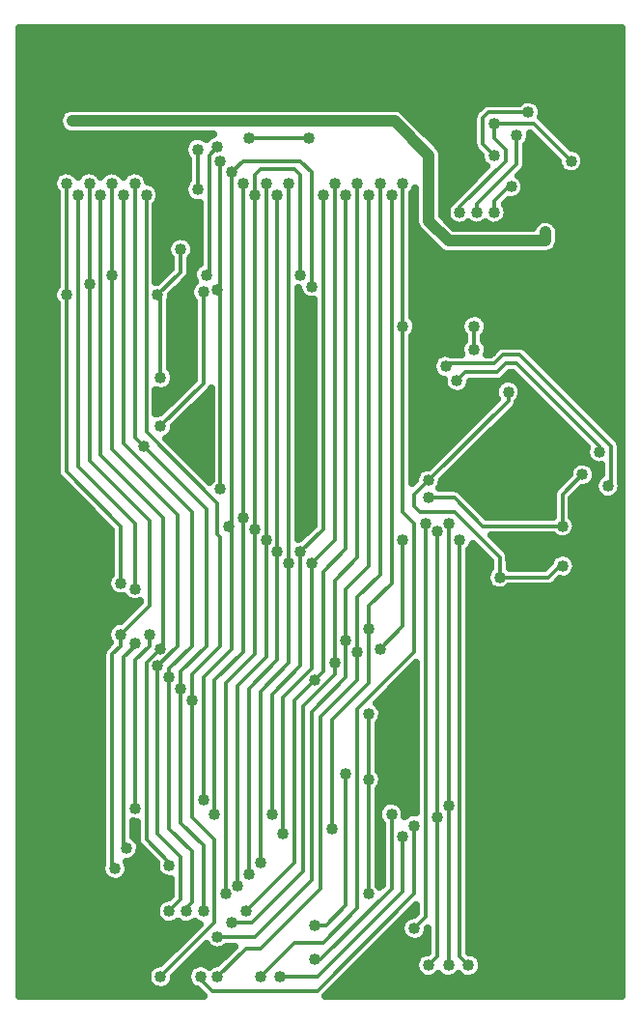
<source format=gbr>
G04 DipTrace 4.3.0.5*
G04 2 - Bottom.gbr*
%MOIN*%
G04 #@! TF.FileFunction,Copper,L2,Bot*
G04 #@! TF.Part,Single*
G04 #@! TA.AperFunction,Conductor*
%ADD14C,0.012992*%
%ADD15C,0.03937*%
G04 #@! TA.AperFunction,CopperBalancing*
%ADD17C,0.025*%
G04 #@! TA.AperFunction,ViaPad*
%ADD26C,0.04*%
%FSLAX26Y26*%
G04*
G70*
G90*
G75*
G01*
G04 Bottom*
%LPD*%
X1151575Y3612205D2*
D14*
Y2391732D1*
X1141732D1*
X1151575D2*
Y1968504D1*
X1053150Y1870079D1*
Y1446850D1*
X1151575Y3612205D2*
X1190945Y3651575D1*
X1387795D1*
X1427165Y3612205D1*
Y3218504D1*
X1624016Y3533465D2*
Y2253937D1*
X1545276Y2175197D1*
Y1998031D1*
Y1870079D1*
X1427165Y1751969D1*
Y1171260D1*
X1230315Y974409D1*
X1102362D1*
X1545276Y1998031D2*
D3*
X1663386Y3572835D2*
Y2224409D1*
X1584646Y2145669D1*
Y1958661D1*
Y1860236D1*
X1456693Y1732283D1*
Y1141732D1*
X1250000Y935039D1*
X1200787D1*
X1102362Y836614D1*
X1584646Y1958661D2*
D3*
X1702756Y3533465D2*
Y2194882D1*
X1624016Y2116142D1*
Y2037402D1*
Y1850394D1*
X1496063Y1722441D1*
Y1348425D1*
X1624016Y2037402D2*
D3*
X1742126Y3080709D2*
Y3572835D1*
X1250000Y836614D2*
X1368110Y954724D1*
X1466535D1*
X1584646Y1072835D1*
Y1761811D1*
X1781496Y1958661D1*
Y2401575D1*
X1742126Y2440945D1*
Y3080709D1*
X1190945Y2421260D2*
Y3572835D1*
Y2421260D2*
Y1958661D1*
X1092520Y1860236D1*
Y1397638D1*
X1210630Y3730315D2*
X1417323D1*
X1230315Y2381890D2*
Y3533465D1*
Y2381890D2*
Y1948819D1*
X1131890Y1850394D1*
Y1122047D1*
X1230315Y3533465D2*
Y3602362D1*
X1250000Y3622047D1*
X1368110D1*
X1387795Y3602362D1*
Y3257874D1*
X1269685Y3572835D2*
Y2342520D1*
Y1938976D1*
X1171260Y1840551D1*
Y1151575D1*
X1309055Y2303150D2*
Y3533465D1*
Y2303150D2*
Y1929134D1*
X1210630Y1830709D1*
Y1190945D1*
X1348425Y3572835D2*
Y2263780D1*
Y1919291D1*
X1250000Y1820866D1*
Y1230315D1*
X1387795Y2303150D2*
X1466535Y2381890D1*
Y3533465D1*
X1387795Y2303150D2*
Y1909449D1*
X1289370Y1811024D1*
Y1397638D1*
X1505906Y3572835D2*
Y2342520D1*
X1427165Y2263780D1*
Y1899606D1*
X1328740Y1801181D1*
Y1328740D1*
X1545276Y3533465D2*
Y2312992D1*
X1466535Y2234252D1*
Y1889764D1*
X1437008Y1860236D1*
X1368110Y1791339D1*
Y1230315D1*
X1200787Y1062992D1*
X1437008Y1860236D2*
D3*
X1584646Y3572835D2*
Y2283465D1*
X1505906Y2204724D1*
Y1919291D1*
Y1879921D1*
X1397638Y1771654D1*
Y1200787D1*
X1220472Y1023622D1*
X1151575D1*
X1505906Y1919291D2*
D3*
X2175197Y3818898D2*
X2037402D1*
X2017717Y3799213D1*
Y3710630D1*
X2057087Y3671260D1*
X2116142Y3562992D2*
X2106299D1*
X2057087Y3513780D1*
Y3474409D1*
X2135827Y3740157D2*
Y3641732D1*
X1998031Y3503937D1*
Y3474409D1*
X2057087Y3779528D2*
X2194882D1*
X2322835Y3651575D1*
X2057087Y3779528D2*
Y3730315D1*
X2096457Y3690945D1*
Y3651575D1*
X1938976Y3494094D1*
Y3474409D1*
X1899606Y2401575D2*
Y1427165D1*
Y875984D1*
Y1427165D2*
D3*
X1860236Y2372047D2*
Y1387795D1*
Y905512D1*
X1830709Y875984D1*
X1860236Y1387795D2*
D3*
X1820866Y2401575D2*
Y1043307D1*
X1781496Y1003937D1*
X866142Y2017717D2*
Y1978346D1*
X816929Y1929134D1*
Y1417323D1*
X580709Y3572835D2*
Y3188976D1*
Y2578740D1*
X767717Y2391732D1*
Y2194882D1*
X580709Y3188976D2*
D3*
X816929Y2175197D2*
Y2401575D1*
X620079Y2598425D1*
Y3533465D1*
X816929Y1988189D2*
Y1978346D1*
X777559Y1938976D1*
Y1279528D1*
X787402D1*
X767717Y2017717D2*
X866142Y2116142D1*
Y2411417D1*
X659449Y2618110D1*
Y3228346D1*
Y3572835D1*
X767717Y2017717D2*
Y1978346D1*
X738189Y1948819D1*
Y1210630D1*
X748031D1*
X659449Y3228346D2*
D3*
X905512Y1968504D2*
X915354Y1978346D1*
Y2421260D1*
X698819Y2637795D1*
Y3533465D1*
X905512Y1968504D2*
X856299Y1919291D1*
Y1309055D1*
X935039Y1230315D1*
Y1220472D1*
X895669Y1909449D2*
X964567Y1978346D1*
Y2431102D1*
X738189Y2657480D1*
Y3257874D1*
Y3572835D1*
X895669Y1909449D2*
Y1328740D1*
X974409Y1250000D1*
Y1102362D1*
X935039Y1062992D1*
X738189Y3257874D2*
D3*
X935039Y1870079D2*
Y1899606D1*
X1013780Y1978346D1*
Y2440945D1*
X777559Y2677165D1*
Y3533465D1*
X935039Y1870079D2*
Y1348425D1*
X1013780Y1269685D1*
Y1092520D1*
X994094Y1072835D1*
Y1062992D1*
X974409Y1830709D2*
Y1889764D1*
X1062992Y1978346D1*
Y2450787D1*
X846457Y2667323D1*
X816929Y2696850D1*
Y3572835D1*
X974409Y1830709D2*
Y1368110D1*
X1053150Y1289370D1*
Y1062992D1*
X846457Y2667323D2*
D3*
X1053150Y3198819D2*
Y2883858D1*
X905512Y2736220D1*
X1013780Y1791339D2*
Y1879921D1*
X1112205Y1978346D1*
Y2352362D1*
X1102362Y2362205D1*
Y2470472D1*
X856299Y2716535D1*
Y3533465D1*
X1013780Y1791339D2*
Y1387795D1*
X1092520Y1309055D1*
Y1023622D1*
X905512Y836614D1*
X1929134Y2893701D2*
X1958661Y2923228D1*
X2066929D1*
X2096457Y2952756D1*
X2135827D1*
X2421260Y2667323D1*
Y2647638D1*
X1889764Y2942913D2*
X1899606Y2952756D1*
X2057087D1*
X2086614Y2982283D1*
X2145669D1*
X2460630Y2667323D1*
Y2529528D1*
X2450787D1*
X1033465Y3690945D2*
Y3553150D1*
X1545276Y1535433D2*
Y1082677D1*
X1476378Y1013780D1*
X1437008D1*
X1968504Y875984D2*
X1938976Y905512D1*
Y2342520D1*
X1437008Y895669D2*
X1456693D1*
X1702756Y1141732D1*
Y1397638D1*
X1318898Y836614D2*
X1446850D1*
X1742126Y1131890D1*
Y1318898D1*
X1043307Y836614D2*
Y826772D1*
X1082677Y787402D1*
X1446850D1*
X1781496Y1122047D1*
Y1358268D1*
X2293307Y2391732D2*
Y2500000D1*
X2362205Y2568898D1*
X2293307Y2391732D2*
X2017717D1*
X1919291Y2490157D1*
X1830709D1*
X2076772Y2214567D2*
X2244094D1*
X2283465Y2253937D1*
X2293307D1*
X1830709Y2549213D2*
X2106299Y2824803D1*
Y2854331D1*
X2076772Y2214567D2*
Y2283465D1*
X1919291Y2440945D1*
X1801181D1*
X1781496Y2460630D1*
Y2500000D1*
X1830709Y2549213D1*
X974409Y3346457D2*
Y3267717D1*
X895669Y3188976D1*
X905512Y2903543D2*
Y3179134D1*
X895669Y3188976D1*
X1988189Y3080709D2*
Y3001969D1*
X2234252Y3405512D2*
D15*
Y3375984D1*
X1899606D1*
X1830709Y3444882D1*
Y3572835D1*
X600394Y3789370D2*
X1712598D1*
X1830709Y3671260D1*
Y3572835D1*
X2352362Y3809055D2*
D14*
X2391732D1*
X2312992D1*
X2027559Y2627953D2*
X2165354Y2490157D1*
Y2627953D2*
Y2490157D1*
X2027559D2*
X2165354D1*
X1102362Y3700787D2*
X1072835Y3671260D1*
Y3267717D1*
X1062992Y3257874D1*
X1112205Y2519685D2*
Y3228346D1*
Y3651575D1*
X1663386Y1968504D2*
X1742126Y2047244D1*
Y2342520D1*
X1102362Y3208661D2*
Y3218504D1*
X1112205Y3228346D1*
X1624016Y1742126D2*
Y1515748D1*
Y1122047D1*
D26*
X866142Y2017717D3*
X816929Y1417323D3*
X1742126Y3080709D3*
X816929Y2175197D3*
X787402Y1279528D3*
X580709Y3188976D3*
X767717Y2017717D3*
X816929Y1988189D3*
X748031Y1210630D3*
X1102362Y3700787D3*
X905512Y1968504D3*
X1151575Y3612205D3*
X895669Y1909449D3*
X935039Y1062992D3*
X1190945Y3572835D3*
X935039Y1870079D3*
X994094Y1062992D3*
X1230315Y3533465D3*
X974409Y1830709D3*
X1053150Y1062992D3*
X1269685Y3572835D3*
X1013780Y1791339D3*
X905512Y836614D3*
X580709Y3572835D3*
X659449D3*
X738189D3*
X816929D3*
X620079Y3533465D3*
X698819D3*
X777559D3*
X856299D3*
X767717Y2194882D3*
X1309055Y3533465D3*
X1348425Y3572835D3*
X1466535Y3533465D3*
X1505906Y3572835D3*
X1545276Y3533465D3*
X1584646Y3572835D3*
X1624016Y3533465D3*
X1663386Y3572835D3*
X1702756Y3533465D3*
X1742126Y3572835D3*
X1437008Y1860236D3*
X1141732Y2391732D3*
X1190945Y2421260D3*
X1230315Y2381890D3*
X1269685Y2342520D3*
X1309055Y2303150D3*
X1348425Y2263780D3*
X1387795Y2303150D3*
X1427165Y2263780D3*
X1053150Y1446850D3*
X1092520Y1397638D3*
X1131890Y1122047D3*
X1171260Y1151575D3*
X1210630Y1190945D3*
X1250000Y1230315D3*
X1289370Y1397638D3*
X1328740Y1328740D3*
X905512Y2736220D3*
X935039Y1220472D3*
X1584646Y1958661D3*
X1624016Y2037402D3*
X1496063Y1348425D3*
X1387795Y3257874D3*
X846457Y2667323D3*
X1200787Y1062992D3*
X1151575Y1023622D3*
X1545276Y1998031D3*
X1102362Y974409D3*
Y836614D3*
X1250000D3*
X659449Y3228346D3*
X738189Y3257874D3*
X974409Y3346457D3*
X895669Y3188976D3*
X1988189Y3001969D3*
X1112205Y2519685D3*
Y3651575D3*
X1053150Y3198819D3*
X1427165Y3218504D3*
X1033465Y3690945D3*
X2027559Y2627953D3*
X2165354D3*
Y2490157D3*
X2027559D3*
X1781496Y1003937D3*
X1899606Y875984D3*
X1830709D3*
X1968504D3*
X2106299Y2854331D3*
X1820866Y2401575D3*
X1860236Y2372047D3*
X1899606Y2401575D3*
X1938976Y2342520D3*
X2076772Y2214567D3*
X2293307Y2253937D3*
Y2391732D3*
X1830709Y2490157D3*
Y2549213D3*
X1663386Y1968504D3*
X905512Y2903543D3*
X1988189Y3080709D3*
X1742126Y2342520D3*
X1929134Y2893701D3*
X1889764Y2942913D3*
X1624016Y1122047D3*
Y1742126D3*
X2421260Y2647638D3*
X2362205Y2568898D3*
X2450787Y2529528D3*
X1102362Y3208661D3*
X1062992Y3257874D3*
X1033465Y3553150D3*
X1318898Y836614D3*
X1742126Y1318898D3*
X1043307Y836614D3*
X1781496Y1358268D3*
X1437008Y895669D3*
X1702756Y1397638D3*
X2175197Y3818898D3*
X2057087Y3779528D3*
X2322835Y3651575D3*
X2057087Y3671260D3*
X1830709Y3572835D3*
X2234252Y3405512D3*
X600394Y3789370D3*
X2352362Y3809055D3*
X2342520Y807087D3*
X2116142Y3562992D3*
X2047244Y2992126D3*
X2322835Y2303150D3*
Y2165354D3*
X2076772Y2096457D3*
X2027559Y1250000D3*
X2076772Y1003937D3*
X748031Y1141732D3*
X974409Y836614D3*
X708661Y2175197D3*
X541339Y3129921D3*
Y3415354D3*
X925197Y3513780D3*
X944882Y3415354D3*
X1210630Y3730315D3*
X1417323D3*
X974409Y3641732D3*
X1663386Y1250000D3*
Y1781496D3*
X915354Y2814961D3*
X994094Y2736220D3*
X2391732Y3809055D3*
X2312992D3*
X1072835Y2568898D3*
X1387795Y2381890D3*
X2352362Y1919291D3*
X1427165Y2559055D3*
X2135827Y3740157D3*
X1998031Y3474409D3*
X1899606Y1427165D3*
X1860236Y1387795D3*
X1624016Y1515748D3*
X1505906Y1919291D3*
X698819Y1505906D3*
X1938976Y3474409D3*
X2057087D3*
X2106299Y3503937D3*
X1437008Y1013780D3*
X1545276Y1535433D3*
X418552Y4086647D2*
D17*
X2494835D1*
X418552Y4061778D2*
X2494835D1*
X418552Y4036909D2*
X2494835D1*
X418552Y4012041D2*
X2494835D1*
X418552Y3987172D2*
X2494835D1*
X418552Y3962303D2*
X2494835D1*
X418552Y3937434D2*
X2494835D1*
X418552Y3912566D2*
X2494835D1*
X418552Y3887697D2*
X2494835D1*
X418552Y3862828D2*
X2159301D1*
X2191088D2*
X2494835D1*
X418552Y3837959D2*
X2008119D1*
X2219472D2*
X2494835D1*
X418552Y3813091D2*
X558560D1*
X1755885D2*
X1985908D1*
X2223257D2*
X2494835D1*
X418552Y3788222D2*
X551975D1*
X1780752D2*
X1982803D1*
X2234543D2*
X2494835D1*
X418552Y3763353D2*
X560050D1*
X1805619D2*
X1982803D1*
X2259411D2*
X2494835D1*
X418552Y3738484D2*
X1073623D1*
X1830487D2*
X1982803D1*
X2284278D2*
X2494835D1*
X418552Y3713615D2*
X991018D1*
X1855356D2*
X1982803D1*
X2175801D2*
X2212445D1*
X2309147D2*
X2494835D1*
X418552Y3688747D2*
X985097D1*
X1875343D2*
X1991290D1*
X2170741D2*
X2237312D1*
X2352298D2*
X2494835D1*
X418552Y3663878D2*
X993871D1*
X1878823D2*
X2009251D1*
X2170741D2*
X2262180D1*
X2369576D2*
X2494835D1*
X418552Y3639009D2*
X998537D1*
X1878823D2*
X2021899D1*
X2170634D2*
X2276157D1*
X2369504D2*
X2494835D1*
X418552Y3614140D2*
X558130D1*
X603283D2*
X636878D1*
X682014D2*
X715608D1*
X760762D2*
X794356D1*
X839509D2*
X998537D1*
X1878823D2*
X2010668D1*
X2156585D2*
X2293722D1*
X2351938D2*
X2494835D1*
X418552Y3589272D2*
X535325D1*
X862314D2*
X998537D1*
X1878823D2*
X1985801D1*
X2156298D2*
X2494835D1*
X418552Y3564403D2*
X533064D1*
X892744D2*
X986444D1*
X1878823D2*
X1960932D1*
X2164551D2*
X2494835D1*
X418552Y3539534D2*
X545786D1*
X904316D2*
X987108D1*
X1878823D2*
X1936064D1*
X2158127D2*
X2494835D1*
X418552Y3514665D2*
X545786D1*
X900692D2*
X1005911D1*
X1878823D2*
X1911412D1*
X2106329D2*
X2494835D1*
X418552Y3489797D2*
X545786D1*
X891219D2*
X1037919D1*
X1878823D2*
X1893201D1*
X2102866D2*
X2494835D1*
X418552Y3464928D2*
X545786D1*
X891219D2*
X1037919D1*
X1878823D2*
X1891533D1*
X2104517D2*
X2494835D1*
X418552Y3440059D2*
X545786D1*
X891219D2*
X1037919D1*
X2090073D2*
X2201500D1*
X2267018D2*
X2494835D1*
X418552Y3415190D2*
X545786D1*
X891219D2*
X1037919D1*
X1777056D2*
X1793587D1*
X2281642D2*
X2494835D1*
X418552Y3390322D2*
X545786D1*
X891219D2*
X958310D1*
X990510D2*
X1037919D1*
X1777056D2*
X1818274D1*
X2282360D2*
X2494835D1*
X418552Y3365453D2*
X545786D1*
X891219D2*
X930105D1*
X1018715D2*
X1037919D1*
X1777056D2*
X1843142D1*
X2281121D2*
X2494835D1*
X418552Y3340584D2*
X545786D1*
X891219D2*
X926356D1*
X1022465D2*
X1037919D1*
X1777056D2*
X1868350D1*
X2265512D2*
X2494835D1*
X418552Y3315715D2*
X545786D1*
X891219D2*
X937785D1*
X1011035D2*
X1037919D1*
X1777056D2*
X2494835D1*
X418552Y3290846D2*
X545786D1*
X891219D2*
X939490D1*
X1009332D2*
X1028517D1*
X1777056D2*
X2494835D1*
X418552Y3265978D2*
X545786D1*
X891219D2*
X924328D1*
X1777056D2*
X2494835D1*
X418552Y3241109D2*
X545786D1*
X996144D2*
X1017735D1*
X1777056D2*
X2494835D1*
X418552Y3216240D2*
X541247D1*
X971277D2*
X1008154D1*
X1777056D2*
X2494835D1*
X418552Y3191371D2*
X532346D1*
X946408D2*
X1005336D1*
X1777056D2*
X2494835D1*
X418552Y3166503D2*
X538160D1*
X940434D2*
X1018021D1*
X1383353D2*
X1431622D1*
X1777056D2*
X2494835D1*
X418552Y3141634D2*
X545786D1*
X940434D2*
X1018236D1*
X1383353D2*
X1431622D1*
X1777056D2*
X2494835D1*
X418552Y3116765D2*
X545786D1*
X940434D2*
X1018236D1*
X1383353D2*
X1431622D1*
X1777056D2*
X1957236D1*
X2019130D2*
X2494835D1*
X418552Y3091896D2*
X545786D1*
X940434D2*
X1018236D1*
X1383353D2*
X1431622D1*
X1789167D2*
X1941142D1*
X2035224D2*
X2494835D1*
X418552Y3067028D2*
X545786D1*
X940434D2*
X1018236D1*
X1383353D2*
X1431622D1*
X1788467D2*
X1941841D1*
X2034525D2*
X2494835D1*
X418552Y3042159D2*
X545786D1*
X940434D2*
X1018236D1*
X1383353D2*
X1431622D1*
X1777056D2*
X1953270D1*
X2023114D2*
X2494835D1*
X418552Y3017290D2*
X545786D1*
X940434D2*
X1018236D1*
X1383353D2*
X1431622D1*
X1777056D2*
X1942398D1*
X2033987D2*
X2494835D1*
X418552Y2992421D2*
X545786D1*
X940434D2*
X1018236D1*
X1383353D2*
X1431622D1*
X1777056D2*
X1940765D1*
X2035619D2*
X2048400D1*
X2183875D2*
X2494835D1*
X418552Y2967552D2*
X545786D1*
X940434D2*
X1018236D1*
X1383353D2*
X1431622D1*
X1777056D2*
X1848507D1*
X2208743D2*
X2494835D1*
X418552Y2942684D2*
X545786D1*
X940434D2*
X1018236D1*
X1383353D2*
X1431622D1*
X1777056D2*
X1841331D1*
X2233629D2*
X2494835D1*
X418552Y2917815D2*
X545786D1*
X951665D2*
X1018236D1*
X1383353D2*
X1431622D1*
X1777056D2*
X1848812D1*
X2109864D2*
X2122411D1*
X2258496D2*
X2494835D1*
X418552Y2892946D2*
X545786D1*
X952706D2*
X1013895D1*
X1383353D2*
X1431622D1*
X1777056D2*
X1880713D1*
X2133655D2*
X2147278D1*
X2283364D2*
X2494835D1*
X418552Y2868077D2*
X545786D1*
X937186D2*
X989028D1*
X1383353D2*
X1431622D1*
X1777056D2*
X1888518D1*
X1969753D2*
X2059972D1*
X2152619D2*
X2172147D1*
X2308231D2*
X2494835D1*
X418552Y2843209D2*
X545786D1*
X891219D2*
X964142D1*
X1060844D2*
X1077285D1*
X1383353D2*
X1431622D1*
X1777056D2*
X2059238D1*
X2153356D2*
X2197033D1*
X2333100D2*
X2494835D1*
X418552Y2818340D2*
X545786D1*
X891219D2*
X939273D1*
X1035975D2*
X1077285D1*
X1383353D2*
X1431622D1*
X1777056D2*
X2051486D1*
X2140563D2*
X2221900D1*
X2357967D2*
X2494835D1*
X418552Y2793471D2*
X545786D1*
X891219D2*
X914406D1*
X1011108D2*
X1077285D1*
X1383353D2*
X1431622D1*
X1777056D2*
X2026618D1*
X2123320D2*
X2246768D1*
X2382835D2*
X2494835D1*
X418552Y2768602D2*
X545786D1*
X986240D2*
X1077285D1*
X1383353D2*
X1431622D1*
X1777056D2*
X2001751D1*
X2098453D2*
X2271635D1*
X2407702D2*
X2494835D1*
X418552Y2743734D2*
X545786D1*
X961373D2*
X1077285D1*
X1383353D2*
X1431622D1*
X1777056D2*
X1976883D1*
X2073585D2*
X2296503D1*
X2432570D2*
X2494835D1*
X418552Y2718865D2*
X545786D1*
X950535D2*
X1077285D1*
X1383353D2*
X1431622D1*
X1777056D2*
X1952014D1*
X2048717D2*
X2321371D1*
X2457438D2*
X2494835D1*
X418552Y2693996D2*
X545786D1*
X927193D2*
X1077285D1*
X1383353D2*
X1431622D1*
X1777056D2*
X1927147D1*
X2023849D2*
X2346239D1*
X2482306D2*
X2494835D1*
X418552Y2669127D2*
X545786D1*
X952060D2*
X1077285D1*
X1383353D2*
X1431622D1*
X1777056D2*
X1902280D1*
X1998982D2*
X2371106D1*
X418552Y2644259D2*
X545786D1*
X976928D2*
X1077285D1*
X1383353D2*
X1431622D1*
X1777056D2*
X1877412D1*
X1974114D2*
X2372954D1*
X418552Y2619390D2*
X545786D1*
X1001795D2*
X1077285D1*
X1383353D2*
X1431622D1*
X1777056D2*
X1852526D1*
X1949228D2*
X2382554D1*
X418552Y2594521D2*
X545786D1*
X1026664D2*
X1077285D1*
X1383353D2*
X1431622D1*
X1777056D2*
X1820715D1*
X1924361D2*
X2321587D1*
X2402823D2*
X2425705D1*
X418552Y2569652D2*
X547096D1*
X1051531D2*
X1077285D1*
X1383353D2*
X1431622D1*
X1899492D2*
X2313781D1*
X2410627D2*
X2425705D1*
X418552Y2544783D2*
X566311D1*
X1383353D2*
X1431622D1*
X1878913D2*
X2289739D1*
X418552Y2519915D2*
X591178D1*
X1383353D2*
X1431622D1*
X1934659D2*
X2265230D1*
X2361573D2*
X2403385D1*
X418552Y2495046D2*
X616047D1*
X1383353D2*
X1431622D1*
X1962756D2*
X2258394D1*
X2336706D2*
X2417953D1*
X418552Y2470177D2*
X640915D1*
X1383353D2*
X1431622D1*
X1987625D2*
X2258394D1*
X2328238D2*
X2494835D1*
X418552Y2445308D2*
X665782D1*
X1383353D2*
X1431622D1*
X2012492D2*
X2258394D1*
X2328238D2*
X2494835D1*
X418552Y2420440D2*
X690650D1*
X1383353D2*
X1431622D1*
X2331646D2*
X2494835D1*
X418552Y2395571D2*
X715535D1*
X1383353D2*
X1431622D1*
X2341568D2*
X2494835D1*
X418552Y2370702D2*
X732797D1*
X1383353D2*
X1407007D1*
X2336634D2*
X2494835D1*
X418552Y2345833D2*
X732797D1*
X2062748D2*
X2289255D1*
X2297371D2*
X2494835D1*
X418552Y2320965D2*
X732797D1*
X2087615D2*
X2494835D1*
X418552Y2296096D2*
X732797D1*
X1973899D2*
X2015781D1*
X2109129D2*
X2272587D1*
X2314026D2*
X2494835D1*
X418552Y2271227D2*
X732797D1*
X1973899D2*
X2040667D1*
X2111694D2*
X2248257D1*
X2338356D2*
X2494835D1*
X418552Y2246358D2*
X732797D1*
X1973899D2*
X2041134D1*
X2341101D2*
X2494835D1*
X418552Y2221490D2*
X727790D1*
X1973899D2*
X2028879D1*
X2328308D2*
X2494835D1*
X418552Y2196621D2*
X719322D1*
X1973899D2*
X2032001D1*
X2274500D2*
X2494835D1*
X418552Y2171752D2*
X725547D1*
X1973899D2*
X2057657D1*
X2095887D2*
X2494835D1*
X418552Y2146883D2*
X778280D1*
X1973899D2*
X2494835D1*
X418552Y2122014D2*
X823673D1*
X1973899D2*
X2494835D1*
X418552Y2097146D2*
X798787D1*
X1973899D2*
X2494835D1*
X418552Y2072277D2*
X773919D1*
X1973899D2*
X2494835D1*
X418552Y2047408D2*
X730176D1*
X1973899D2*
X2494835D1*
X418552Y2022539D2*
X719537D1*
X1973899D2*
X2494835D1*
X418552Y1997671D2*
X723896D1*
X1973899D2*
X2494835D1*
X418552Y1972802D2*
X713814D1*
X1973899D2*
X2494835D1*
X418552Y1947933D2*
X703264D1*
X1973899D2*
X2494835D1*
X418552Y1923064D2*
X703264D1*
X1973899D2*
X2494835D1*
X418552Y1898196D2*
X703264D1*
X1769377D2*
X1785944D1*
X1973899D2*
X2494835D1*
X418552Y1873327D2*
X703264D1*
X1744509D2*
X1785944D1*
X1973899D2*
X2494835D1*
X418552Y1848458D2*
X703264D1*
X1719642D2*
X1785944D1*
X1973899D2*
X2494835D1*
X418552Y1823589D2*
X703264D1*
X1694773D2*
X1785944D1*
X1973899D2*
X2494835D1*
X418552Y1798720D2*
X703264D1*
X1669906D2*
X1785944D1*
X1973899D2*
X2494835D1*
X418552Y1773852D2*
X703264D1*
X1659714D2*
X1785944D1*
X1973899D2*
X2494835D1*
X418552Y1748983D2*
X703264D1*
X1671933D2*
X1785944D1*
X1973899D2*
X2494835D1*
X418552Y1724114D2*
X703264D1*
X1668757D2*
X1785944D1*
X1973899D2*
X2494835D1*
X418552Y1699245D2*
X703264D1*
X1658944D2*
X1785944D1*
X1973899D2*
X2494835D1*
X418552Y1674377D2*
X703264D1*
X1658944D2*
X1785944D1*
X1973899D2*
X2494835D1*
X418552Y1649508D2*
X703264D1*
X1658944D2*
X1785944D1*
X1973899D2*
X2494835D1*
X418552Y1624639D2*
X703264D1*
X1658944D2*
X1785944D1*
X1973899D2*
X2494835D1*
X418552Y1599770D2*
X703264D1*
X1658944D2*
X1785944D1*
X1973899D2*
X2494835D1*
X418552Y1574902D2*
X703264D1*
X1658944D2*
X1785944D1*
X1973899D2*
X2494835D1*
X418552Y1550033D2*
X703264D1*
X1658944D2*
X1785944D1*
X1973899D2*
X2494835D1*
X418552Y1525164D2*
X703264D1*
X1671467D2*
X1785944D1*
X1973899D2*
X2494835D1*
X418552Y1500295D2*
X703264D1*
X1669762D2*
X1785944D1*
X1973899D2*
X2494835D1*
X418552Y1475427D2*
X703264D1*
X1658944D2*
X1785944D1*
X1973899D2*
X2494835D1*
X418552Y1450558D2*
X703264D1*
X1658944D2*
X1785944D1*
X1973899D2*
X2494835D1*
X418552Y1425689D2*
X703264D1*
X1741621D2*
X1785944D1*
X1973899D2*
X2494835D1*
X418552Y1400820D2*
X703264D1*
X1973899D2*
X2494835D1*
X418552Y1375951D2*
X703264D1*
X1973899D2*
X2494835D1*
X418552Y1351083D2*
X703264D1*
X1973899D2*
X2494835D1*
X418552Y1326214D2*
X703264D1*
X1973899D2*
X2494835D1*
X418552Y1301345D2*
X703264D1*
X1973899D2*
X2494835D1*
X418552Y1276476D2*
X703264D1*
X1973899D2*
X2494835D1*
X418552Y1251608D2*
X703264D1*
X826358D2*
X865388D1*
X1973899D2*
X2494835D1*
X418552Y1226739D2*
X702528D1*
X793542D2*
X887045D1*
X1973899D2*
X2494835D1*
X418552Y1201870D2*
X700446D1*
X795605D2*
X890543D1*
X1973899D2*
X2494835D1*
X418552Y1177001D2*
X714261D1*
X781808D2*
X917726D1*
X1973899D2*
X2494835D1*
X418552Y1152133D2*
X939490D1*
X1973899D2*
X2494835D1*
X418552Y1127264D2*
X939490D1*
X1973899D2*
X2494835D1*
X418552Y1102395D2*
X908951D1*
X1973899D2*
X2494835D1*
X418552Y1077526D2*
X888982D1*
X1973899D2*
X2494835D1*
X418552Y1052657D2*
X887798D1*
X1760459D2*
X1781870D1*
X1973899D2*
X2494835D1*
X418552Y1027789D2*
X903049D1*
X1973899D2*
X2494835D1*
X418552Y1002920D2*
X1023476D1*
X1710724D2*
X1733085D1*
X1973899D2*
X2494835D1*
X418552Y978051D2*
X998591D1*
X1685856D2*
X1741070D1*
X1973899D2*
X2494835D1*
X418552Y953182D2*
X973722D1*
X1660988D2*
X1825308D1*
X1973899D2*
X2494835D1*
X418552Y928314D2*
X948854D1*
X1045556D2*
X1145715D1*
X1636121D2*
X1825308D1*
X1973899D2*
X2494835D1*
X418552Y903445D2*
X923987D1*
X1020689D2*
X1120848D1*
X1611253D2*
X1791398D1*
X2007810D2*
X2494835D1*
X418552Y878576D2*
X884353D1*
X995822D2*
X1022148D1*
X1064467D2*
X1081196D1*
X1586367D2*
X1782354D1*
X2016852D2*
X2494835D1*
X418552Y853707D2*
X860382D1*
X970954D2*
X998177D1*
X1561500D2*
X1788042D1*
X2011164D2*
X2494835D1*
X418552Y828839D2*
X857744D1*
X953281D2*
X995539D1*
X1536631D2*
X2494835D1*
X418552Y803970D2*
X870717D1*
X940308D2*
X1008512D1*
X1511764D2*
X2494835D1*
X418552Y779101D2*
X1042619D1*
X1486896D2*
X2494835D1*
X823886Y1371940D2*
X814724Y1371450D1*
X809978Y1372165D1*
X809980Y1319526D1*
X812829Y1317772D1*
X820007Y1311870D1*
X823938Y1307008D1*
X823878Y1309055D1*
Y1371921D1*
X1380856Y2348310D2*
X1385348Y2349009D1*
X1387696Y2348896D1*
X1434112Y2395316D1*
X1434114Y3173115D1*
X1424961Y3172631D1*
X1415772Y3174014D1*
X1407050Y3177219D1*
X1399151Y3182113D1*
X1392399Y3188497D1*
X1387070Y3196110D1*
X1383383Y3204639D1*
X1381778Y3212341D1*
X1380996Y3212693D1*
X1380849Y3212715D1*
X1380846Y2348550D1*
X950521Y2727096D2*
X947762Y2718222D1*
X943276Y2710085D1*
X937241Y2703018D1*
X929908Y2697311D1*
X924188Y2694487D1*
X957154Y2661533D1*
X1073803Y2544882D1*
X1077280Y2549507D1*
X1079780Y2551895D1*
X1079783Y2865373D1*
X1076636Y2861509D1*
X1056932Y2841790D1*
X951433Y2736291D1*
X950521Y2727096D1*
X1656432Y1154259D2*
X1659102Y1151680D1*
X1662253Y1147073D1*
X1670340Y1155167D1*
X1670335Y1365109D1*
X1667990Y1367631D1*
X1662660Y1375244D1*
X1658974Y1383773D1*
X1657079Y1392870D1*
X1657054Y1402163D1*
X1658900Y1411270D1*
X1662542Y1419819D1*
X1667831Y1427459D1*
X1674549Y1433879D1*
X1682421Y1438816D1*
X1691127Y1442066D1*
X1700308Y1443497D1*
X1709589Y1443051D1*
X1718592Y1440747D1*
X1726945Y1436676D1*
X1734308Y1431008D1*
X1740379Y1423974D1*
X1744911Y1415861D1*
X1747717Y1407001D1*
X1748681Y1397638D1*
X1747870Y1389555D1*
X1753289Y1394509D1*
X1761161Y1399446D1*
X1769867Y1402696D1*
X1779049Y1404127D1*
X1788329Y1403681D1*
X1788444Y1403652D1*
X1788445Y1919761D1*
X1649213Y1780528D1*
X1656449Y1774640D1*
X1662331Y1767446D1*
X1666643Y1759215D1*
X1669210Y1750285D1*
X1669941Y1742126D1*
X1669025Y1733001D1*
X1666266Y1724127D1*
X1661780Y1715991D1*
X1656434Y1709731D1*
X1656437Y1548283D1*
X1657971Y1546671D1*
X1663500Y1539202D1*
X1667413Y1530774D1*
X1669550Y1521731D1*
X1669941Y1515748D1*
X1669025Y1506623D1*
X1666266Y1497749D1*
X1661780Y1489613D1*
X1656434Y1483353D1*
X1656437Y1154570D1*
X1916071Y3517039D2*
X2031946Y3632904D1*
X2025178Y3638230D1*
X2019182Y3645329D1*
X2014739Y3653490D1*
X2012029Y3662378D1*
X2011194Y3671295D1*
X1994791Y3687705D1*
X1989297Y3695028D1*
X1986067Y3703604D1*
X1985295Y3710656D1*
Y3799213D1*
X1986588Y3808277D1*
X1990369Y3816625D1*
X1994806Y3822152D1*
X2014476Y3841823D1*
X2021799Y3847318D1*
X2030375Y3850547D1*
X2037427Y3851319D1*
X2142993Y3851322D1*
X2146990Y3855139D1*
X2154862Y3860076D1*
X2163568Y3863325D1*
X2172749Y3864757D1*
X2182030Y3864311D1*
X2191033Y3862007D1*
X2199386Y3857936D1*
X2206749Y3852268D1*
X2212820Y3845234D1*
X2217352Y3837121D1*
X2220157Y3828261D1*
X2221122Y3818898D1*
X2220206Y3809773D1*
X2217903Y3802364D1*
X2322764Y3697496D1*
X2329668Y3696988D1*
X2338671Y3694684D1*
X2347024Y3690613D1*
X2354387Y3684945D1*
X2360458Y3677911D1*
X2364990Y3669798D1*
X2367795Y3660938D1*
X2368760Y3651575D1*
X2367844Y3642450D1*
X2365085Y3633576D1*
X2360598Y3625440D1*
X2354564Y3618373D1*
X2347231Y3612665D1*
X2338899Y3608551D1*
X2329909Y3606198D1*
X2320630Y3605702D1*
X2311441Y3607085D1*
X2302719Y3610290D1*
X2294820Y3615184D1*
X2288068Y3621568D1*
X2282739Y3629181D1*
X2279052Y3637710D1*
X2277157Y3646807D1*
X2277146Y3651408D1*
X2181454Y3747105D1*
X2181222Y3747106D1*
X2181752Y3740157D1*
X2180836Y3731033D1*
X2178077Y3722159D1*
X2173591Y3714022D1*
X2168245Y3707762D1*
X2168248Y3641755D1*
X2167640Y3635486D1*
X2164626Y3626840D1*
X2159314Y3619383D1*
X2141331Y3601386D1*
X2141307Y3601371D1*
X2148315Y3595764D1*
X2154253Y3588617D1*
X2158631Y3580421D1*
X2161270Y3571510D1*
X2162067Y3562992D1*
X2161151Y3553867D1*
X2158392Y3544993D1*
X2153906Y3536857D1*
X2147871Y3529790D1*
X2140538Y3524083D1*
X2132206Y3519969D1*
X2123217Y3517615D1*
X2113937Y3517119D1*
X2107287Y3518121D1*
X2092643Y3503486D1*
X2094710Y3500745D1*
X2099241Y3492633D1*
X2102047Y3483773D1*
X2103012Y3474409D1*
X2102096Y3465285D1*
X2099337Y3456411D1*
X2094850Y3448274D1*
X2088816Y3441207D1*
X2081483Y3435500D1*
X2073151Y3431386D1*
X2064161Y3429033D1*
X2054882Y3428537D1*
X2045693Y3429920D1*
X2036971Y3433125D1*
X2029072Y3438018D1*
X2027681Y3439333D1*
X2022428Y3435500D1*
X2014096Y3431386D1*
X2005106Y3429033D1*
X1995827Y3428537D1*
X1986638Y3429920D1*
X1977916Y3433125D1*
X1970017Y3438018D1*
X1968626Y3439333D1*
X1963373Y3435500D1*
X1955041Y3431386D1*
X1946051Y3429033D1*
X1936772Y3428537D1*
X1927583Y3429920D1*
X1918861Y3433125D1*
X1910962Y3438018D1*
X1904210Y3444403D1*
X1898881Y3452016D1*
X1895194Y3460545D1*
X1893299Y3469642D1*
X1893274Y3478934D1*
X1895121Y3488042D1*
X1898762Y3496591D1*
X1904051Y3504231D1*
X1910769Y3510651D1*
X1911299Y3510984D1*
X1911629Y3511507D1*
X1916071Y3517039D1*
X2244067Y2182146D2*
X2109167Y2182144D1*
X2108501Y2181365D1*
X2101168Y2175657D1*
X2092836Y2171543D1*
X2083846Y2169190D1*
X2074567Y2168694D1*
X2065378Y2170077D1*
X2056656Y2173282D1*
X2048757Y2178176D1*
X2042005Y2184560D1*
X2036676Y2192173D1*
X2032990Y2200702D1*
X2031094Y2209799D1*
X2031070Y2219092D1*
X2032916Y2228199D1*
X2036558Y2236748D1*
X2041846Y2244388D1*
X2044346Y2246777D1*
X2044350Y2270035D1*
X1983277Y2331115D1*
X1981227Y2324521D1*
X1976740Y2316385D1*
X1971395Y2310125D1*
Y921588D1*
X1975337Y921398D1*
X1984340Y919093D1*
X1992693Y915022D1*
X2000056Y909354D1*
X2006127Y902320D1*
X2010659Y894207D1*
X2013465Y885348D1*
X2014429Y875984D1*
X2013513Y866860D1*
X2010755Y857986D1*
X2006268Y849849D1*
X2000234Y842782D1*
X1992900Y837075D1*
X1984568Y832961D1*
X1975579Y830608D1*
X1966299Y830112D1*
X1957110Y831495D1*
X1948388Y834699D1*
X1940490Y839593D1*
X1934087Y845647D1*
X1933899Y845783D1*
X1931336Y842782D1*
X1924003Y837075D1*
X1915671Y832961D1*
X1906681Y830608D1*
X1897402Y830112D1*
X1888213Y831495D1*
X1879491Y834699D1*
X1871592Y839593D1*
X1865189Y845647D1*
X1862438Y842782D1*
X1855105Y837075D1*
X1846773Y832961D1*
X1837783Y830608D1*
X1828504Y830112D1*
X1819315Y831495D1*
X1810593Y834699D1*
X1802694Y839593D1*
X1795942Y845978D1*
X1790613Y853591D1*
X1786927Y862119D1*
X1785031Y871217D1*
X1785007Y880509D1*
X1786853Y889617D1*
X1790495Y898165D1*
X1795783Y905806D1*
X1802501Y912226D1*
X1810374Y917163D1*
X1819080Y920412D1*
X1827822Y921776D1*
X1827815Y1004398D1*
X1827421Y1004012D1*
X1826505Y994812D1*
X1823747Y985938D1*
X1819260Y977802D1*
X1813226Y970735D1*
X1805892Y965028D1*
X1797560Y960913D1*
X1788571Y958560D1*
X1779291Y958064D1*
X1770102Y959448D1*
X1761381Y962652D1*
X1753482Y967546D1*
X1746730Y973930D1*
X1741400Y981543D1*
X1737714Y990072D1*
X1735819Y999169D1*
X1735794Y1008462D1*
X1737640Y1017570D1*
X1741282Y1026118D1*
X1746571Y1033759D1*
X1753289Y1040178D1*
X1761161Y1045115D1*
X1769867Y1048365D1*
X1779049Y1049797D1*
X1781396Y1049684D1*
X1788445Y1056736D1*
Y1083139D1*
X1475680Y770381D1*
X1625299Y770374D1*
X2497348D1*
X2497343Y1042661D1*
Y4111522D1*
X2316958Y4111516D1*
X416038D1*
X416043Y3839228D1*
Y770367D1*
X587241Y770374D1*
X1053853D1*
X1032161Y792067D1*
X1031913Y792125D1*
X1023192Y795329D1*
X1015293Y800223D1*
X1008541Y806608D1*
X1003211Y814220D1*
X999525Y822749D1*
X997630Y831846D1*
X997605Y841139D1*
X999451Y850247D1*
X1003093Y858795D1*
X1008382Y866436D1*
X1015100Y872856D1*
X1022972Y877793D1*
X1031678Y881042D1*
X1040860Y882474D1*
X1050140Y882028D1*
X1059143Y879723D1*
X1067496Y875652D1*
X1072681Y871661D1*
X1072941Y871696D1*
X1074155Y872856D1*
X1082028Y877793D1*
X1090734Y881042D1*
X1099915Y882474D1*
X1102262Y882361D1*
X1161882Y941984D1*
X1134757Y941987D1*
X1134092Y941207D1*
X1126759Y935500D1*
X1118427Y931386D1*
X1109437Y929033D1*
X1100157Y928537D1*
X1090969Y929920D1*
X1082247Y933125D1*
X1074348Y938018D1*
X1067596Y944403D1*
X1064114Y949377D1*
X1018272Y903522D1*
X951437Y836689D1*
X950521Y827490D1*
X947762Y818615D1*
X943276Y810479D1*
X937241Y803412D1*
X929908Y797705D1*
X921576Y793591D1*
X912587Y791238D1*
X903307Y790741D1*
X894118Y792125D1*
X885396Y795329D1*
X877497Y800223D1*
X870745Y806608D1*
X865416Y814220D1*
X861730Y822749D1*
X859835Y831846D1*
X859810Y841139D1*
X861656Y850247D1*
X865298Y858795D1*
X870587Y866436D1*
X877304Y872856D1*
X885177Y877793D1*
X893883Y881042D1*
X903064Y882474D1*
X905412Y882361D1*
X1041612Y1018556D1*
X1033034Y1021707D1*
X1025135Y1026601D1*
X1023744Y1027916D1*
X1023467Y1027957D1*
X1018491Y1024083D1*
X1010159Y1019969D1*
X1001169Y1017615D1*
X991890Y1017119D1*
X982701Y1018503D1*
X973979Y1021707D1*
X966080Y1026601D1*
X964689Y1027916D1*
X964412Y1027957D1*
X959436Y1024083D1*
X951104Y1019969D1*
X942114Y1017615D1*
X932835Y1017119D1*
X923646Y1018503D1*
X914924Y1021707D1*
X907025Y1026601D1*
X900273Y1032986D1*
X894944Y1040598D1*
X891257Y1049127D1*
X889362Y1058224D1*
X889337Y1067517D1*
X891184Y1076625D1*
X894825Y1085173D1*
X900114Y1092814D1*
X906832Y1099234D1*
X914705Y1104171D1*
X923411Y1107420D1*
X932592Y1108852D1*
X934940Y1108739D1*
X941988Y1115791D1*
Y1175077D1*
X932835Y1174600D1*
X923646Y1175983D1*
X914924Y1179188D1*
X907025Y1184081D1*
X900273Y1190466D1*
X894944Y1198079D1*
X891257Y1206608D1*
X889362Y1215705D1*
X889337Y1224997D1*
X890209Y1229293D1*
X833445Y1286058D1*
X832692Y1286836D1*
X833327Y1279528D1*
X832411Y1270403D1*
X829652Y1261529D1*
X825165Y1253392D1*
X819131Y1246325D1*
X811798Y1240618D1*
X803466Y1236504D1*
X794476Y1234151D1*
X787689Y1233789D1*
X789264Y1230853D1*
X792491Y1222139D1*
X793898Y1212954D1*
X793957Y1210630D1*
X793041Y1201505D1*
X790282Y1192631D1*
X785795Y1184495D1*
X779761Y1177428D1*
X772428Y1171720D1*
X764096Y1167606D1*
X755106Y1165253D1*
X745827Y1164757D1*
X736638Y1166140D1*
X727916Y1169345D1*
X720017Y1174239D1*
X713265Y1180623D1*
X707936Y1188236D1*
X704249Y1196765D1*
X702354Y1205862D1*
X702329Y1215155D1*
X704176Y1224262D1*
X705766Y1227993D1*
X705768Y1948819D1*
X707060Y1957883D1*
X710841Y1966231D1*
X715278Y1971759D1*
X732238Y1988728D1*
X727621Y1995323D1*
X723934Y2003852D1*
X722039Y2012949D1*
X722014Y2022241D1*
X723861Y2031349D1*
X727503Y2039898D1*
X732791Y2047538D1*
X739509Y2053958D1*
X747382Y2058895D1*
X756088Y2062144D1*
X765269Y2063576D1*
X767617Y2063463D1*
X833719Y2129570D1*
Y2132458D1*
X831606Y2131680D1*
X829854Y2131129D1*
X828081Y2130647D1*
X818886Y2129314D1*
X809609Y2129858D1*
X800633Y2132260D1*
X792323Y2136420D1*
X785021Y2142167D1*
X779025Y2149266D1*
X778492Y2150245D1*
X774791Y2149505D1*
X765512Y2149009D1*
X756323Y2150392D1*
X747601Y2153597D1*
X739702Y2158491D1*
X732950Y2164875D1*
X727621Y2172488D1*
X723934Y2181017D1*
X722039Y2190114D1*
X722014Y2199407D1*
X723861Y2208514D1*
X727503Y2217063D1*
X732791Y2224703D1*
X735291Y2227092D1*
X735295Y2378307D1*
X557783Y2555815D1*
X552289Y2563138D1*
X549059Y2571714D1*
X548287Y2578768D1*
X548283Y3156756D1*
X545942Y3158970D1*
X540613Y3166583D1*
X536927Y3175112D1*
X535031Y3184209D1*
X535007Y3193501D1*
X536853Y3202609D1*
X540495Y3211157D1*
X545783Y3218798D1*
X548283Y3221186D1*
X548287Y3540316D1*
X545942Y3542828D1*
X540613Y3550441D1*
X536927Y3558970D1*
X535031Y3568067D1*
X535007Y3577360D1*
X536853Y3586467D1*
X540495Y3595016D1*
X545783Y3602656D1*
X552501Y3609076D1*
X560374Y3614013D1*
X569080Y3617262D1*
X578261Y3618694D1*
X587542Y3618248D1*
X596545Y3615944D1*
X604898Y3611873D1*
X612261Y3606205D1*
X618332Y3599171D1*
X619957Y3596262D1*
X624524Y3602656D1*
X631241Y3609076D1*
X639114Y3614013D1*
X647820Y3617262D1*
X657001Y3618694D1*
X666282Y3618248D1*
X675285Y3615944D1*
X683638Y3611873D1*
X691001Y3606205D1*
X697072Y3599171D1*
X698697Y3596262D1*
X703264Y3602656D1*
X709982Y3609076D1*
X717854Y3614013D1*
X726560Y3617262D1*
X735741Y3618694D1*
X745022Y3618248D1*
X754025Y3615944D1*
X762378Y3611873D1*
X769741Y3606205D1*
X775812Y3599171D1*
X777437Y3596262D1*
X782004Y3602656D1*
X788722Y3609076D1*
X796594Y3614013D1*
X805301Y3617262D1*
X814482Y3618694D1*
X823762Y3618248D1*
X832765Y3615944D1*
X841118Y3611873D1*
X848482Y3606205D1*
X854552Y3599171D1*
X859084Y3591058D1*
X861890Y3582198D1*
X862222Y3579013D1*
X863133Y3578878D1*
X872135Y3576573D1*
X880488Y3572503D1*
X887852Y3566835D1*
X893923Y3559801D1*
X898454Y3551688D1*
X901260Y3542828D1*
X902224Y3533465D1*
X901308Y3524340D1*
X898550Y3515466D1*
X894063Y3507329D1*
X888718Y3501070D1*
X888720Y3234381D1*
X893222Y3234836D1*
X895570Y3234723D1*
X941986Y3281143D1*
X941988Y3313924D1*
X939643Y3316450D1*
X934314Y3324063D1*
X930627Y3332592D1*
X928732Y3341689D1*
X928707Y3350982D1*
X930554Y3360089D1*
X934196Y3368638D1*
X939484Y3376278D1*
X946202Y3382698D1*
X954075Y3387635D1*
X962781Y3390885D1*
X971962Y3392316D1*
X981243Y3391870D1*
X990245Y3389566D1*
X998598Y3385495D1*
X1005962Y3379827D1*
X1012033Y3372793D1*
X1016564Y3364680D1*
X1019370Y3355820D1*
X1020335Y3346457D1*
X1019419Y3337332D1*
X1016660Y3328458D1*
X1012173Y3320322D1*
X1006828Y3314062D1*
X1006831Y3267736D1*
X1006223Y3261470D1*
X1003209Y3252824D1*
X997896Y3245367D1*
X977782Y3225238D1*
X941594Y3189051D1*
X940678Y3179852D1*
X937934Y3171021D1*
X937933Y2936063D1*
X943135Y2929879D1*
X947667Y2921766D1*
X950472Y2912907D1*
X951437Y2903543D1*
X950521Y2894419D1*
X947762Y2885545D1*
X943276Y2877408D1*
X937241Y2870341D1*
X929908Y2864634D1*
X921576Y2860520D1*
X912587Y2858167D1*
X903307Y2857671D1*
X894118Y2859054D1*
X888727Y2861034D1*
X888717Y2778774D1*
X895312Y2780999D1*
X904534Y2782135D1*
X905503Y2782058D1*
X1020727Y2897286D1*
X1020728Y3166299D1*
X1018383Y3168812D1*
X1013054Y3176425D1*
X1009367Y3184954D1*
X1007472Y3194051D1*
X1007448Y3203344D1*
X1009294Y3212451D1*
X1012936Y3221000D1*
X1018224Y3228640D1*
X1023781Y3233951D1*
X1022896Y3235480D1*
X1019210Y3244009D1*
X1017315Y3253106D1*
X1017290Y3262399D1*
X1019136Y3271507D1*
X1022778Y3280055D1*
X1028067Y3287696D1*
X1034785Y3294115D1*
X1040420Y3297650D1*
X1040413Y3451429D1*
Y3507757D1*
X1031260Y3507277D1*
X1022071Y3508660D1*
X1013349Y3511865D1*
X1005450Y3516759D1*
X998698Y3523143D1*
X993369Y3530756D1*
X989682Y3539285D1*
X987787Y3548382D1*
X987762Y3557675D1*
X989609Y3566782D1*
X993251Y3575331D1*
X998539Y3582971D1*
X1001039Y3585360D1*
X1001043Y3658425D1*
X998698Y3660938D1*
X993369Y3668551D1*
X989682Y3677080D1*
X987787Y3686177D1*
X987762Y3695470D1*
X989609Y3704577D1*
X993251Y3713126D1*
X998539Y3720766D1*
X1005257Y3727186D1*
X1013130Y3732123D1*
X1021836Y3735373D1*
X1031017Y3736804D1*
X1040298Y3736358D1*
X1049301Y3734054D1*
X1057654Y3729983D1*
X1063601Y3725406D1*
X1063827Y3725394D1*
X1067437Y3730609D1*
X1074155Y3737029D1*
X1082028Y3741966D1*
X1086831Y3743759D1*
X605757Y3743760D1*
X598189Y3743497D1*
X589000Y3744881D1*
X580278Y3748085D1*
X572379Y3752979D1*
X565627Y3759364D1*
X560298Y3766976D1*
X556612Y3775505D1*
X554717Y3784602D1*
X554692Y3793895D1*
X556538Y3803003D1*
X560180Y3811551D1*
X565469Y3819192D1*
X572186Y3825612D1*
X580059Y3830549D1*
X588765Y3833798D1*
X597946Y3835230D1*
X603139Y3834980D1*
X1712573D1*
X1715366Y3834896D1*
X1724417Y3833423D1*
X1732991Y3830168D1*
X1740740Y3825264D1*
X1744850Y3821622D1*
X1862944Y3703528D1*
X1864858Y3701495D1*
X1870215Y3694052D1*
X1873976Y3685688D1*
X1875988Y3676740D1*
X1876319Y3671260D1*
X1876318Y3575980D1*
X1876634Y3572835D1*
X1876318Y3569689D1*
X1876319Y3463766D1*
X1918504Y3421589D1*
X2191230Y3421594D1*
X2194038Y3427693D1*
X2199327Y3435333D1*
X2206045Y3441753D1*
X2213917Y3446690D1*
X2222623Y3449940D1*
X2231804Y3451371D1*
X2241085Y3450925D1*
X2250088Y3448621D1*
X2258441Y3444550D1*
X2265804Y3438882D1*
X2271875Y3431848D1*
X2276407Y3423735D1*
X2279213Y3414875D1*
X2280177Y3405512D1*
X2279861Y3402366D1*
X2279862Y3376010D1*
X2279825Y3374139D1*
X2278534Y3365059D1*
X2275454Y3356421D1*
X2270707Y3348573D1*
X2264487Y3341835D1*
X2257045Y3336478D1*
X2248680Y3332717D1*
X2239732Y3330705D1*
X2234252Y3330374D1*
X1899633D1*
X1896839Y3330458D1*
X1887787Y3331932D1*
X1879213Y3335186D1*
X1871465Y3340092D1*
X1867354Y3343732D1*
X1798471Y3412617D1*
X1796559Y3414647D1*
X1791202Y3422089D1*
X1787441Y3430454D1*
X1785429Y3439402D1*
X1785098Y3444882D1*
X1785096Y3557150D1*
X1784377Y3554836D1*
X1779890Y3546699D1*
X1774545Y3540440D1*
X1774550Y3113070D1*
X1779749Y3107045D1*
X1784281Y3098932D1*
X1787087Y3090072D1*
X1788051Y3080709D1*
X1787135Y3071584D1*
X1784377Y3062710D1*
X1779890Y3054573D1*
X1774545Y3048314D1*
X1774547Y2538895D1*
X1784787Y2549142D1*
X1785007Y2553738D1*
X1786853Y2562845D1*
X1790495Y2571394D1*
X1795783Y2579034D1*
X1802501Y2585454D1*
X1810374Y2590391D1*
X1819080Y2593640D1*
X1828261Y2595072D1*
X1830609Y2594959D1*
X2066707Y2831063D1*
X2066203Y2831937D1*
X2062517Y2840466D1*
X2060622Y2849563D1*
X2060597Y2858856D1*
X2062444Y2867963D1*
X2066085Y2876512D1*
X2071374Y2884152D1*
X2078092Y2890572D1*
X2085965Y2895509D1*
X2094671Y2898759D1*
X2103852Y2900190D1*
X2113133Y2899744D1*
X2122135Y2897440D1*
X2130488Y2893369D1*
X2137852Y2887701D1*
X2143923Y2880667D1*
X2148454Y2872554D1*
X2151260Y2863694D1*
X2152224Y2854331D1*
X2151308Y2845206D1*
X2148550Y2836332D1*
X2144063Y2828196D1*
X2138576Y2821770D1*
X2137428Y2815739D1*
X2133647Y2807391D1*
X2129206Y2801858D1*
X1876634Y2549287D1*
X1875718Y2540088D1*
X1872959Y2531214D1*
X1868472Y2523077D1*
X1868042Y2522573D1*
X1919291Y2522579D1*
X1928356Y2521286D1*
X1936703Y2517505D1*
X1942235Y2513064D1*
X2031146Y2424154D1*
X2260787D1*
X2260886Y2424268D1*
Y2499979D1*
X2261493Y2506247D1*
X2264508Y2514892D1*
X2269820Y2522349D1*
X2289114Y2541659D1*
X2316514Y2569058D1*
X2316503Y2573423D1*
X2318349Y2582530D1*
X2321991Y2591079D1*
X2327280Y2598719D1*
X2333997Y2605139D1*
X2341870Y2610076D1*
X2350576Y2613325D1*
X2359757Y2614757D1*
X2369038Y2614311D1*
X2378041Y2612007D1*
X2386394Y2607936D1*
X2393757Y2602268D1*
X2399828Y2595234D1*
X2404360Y2587121D1*
X2407165Y2578261D1*
X2408130Y2568898D1*
X2407214Y2559773D1*
X2404455Y2550899D1*
X2399969Y2542762D1*
X2393934Y2535696D1*
X2386601Y2529988D1*
X2378269Y2525874D1*
X2369280Y2523521D1*
X2362311Y2523148D1*
X2325730Y2486571D1*
X2325731Y2424093D1*
X2330930Y2418068D1*
X2335462Y2409955D1*
X2338268Y2401096D1*
X2339232Y2391732D1*
X2338316Y2382608D1*
X2335558Y2373734D1*
X2331071Y2365597D1*
X2325037Y2358530D1*
X2317703Y2352823D1*
X2309371Y2348709D1*
X2300382Y2346356D1*
X2291102Y2345860D1*
X2281913Y2347243D1*
X2273192Y2350448D1*
X2265293Y2355341D1*
X2261092Y2359312D1*
X2046774Y2359311D1*
X2099625Y2306462D1*
X2103685Y2301543D1*
X2107665Y2293298D1*
X2109184Y2284269D1*
X2109193Y2256480D1*
Y2247087D1*
X2109294Y2246988D1*
X2230672D1*
X2248996Y2265319D1*
X2249451Y2267570D1*
X2253093Y2276118D1*
X2258382Y2283759D1*
X2265100Y2290178D1*
X2272972Y2295115D1*
X2281678Y2298365D1*
X2290860Y2299797D1*
X2300140Y2299350D1*
X2309143Y2297046D1*
X2317496Y2292975D1*
X2324860Y2287307D1*
X2330930Y2280273D1*
X2335462Y2272160D1*
X2338268Y2263301D1*
X2339232Y2253937D1*
X2338316Y2244812D1*
X2335558Y2235938D1*
X2331071Y2227802D1*
X2325037Y2220735D1*
X2317703Y2215028D1*
X2309371Y2210913D1*
X2300382Y2208560D1*
X2291102Y2208064D1*
X2284453Y2209066D1*
X2267020Y2191642D1*
X2259697Y2186147D1*
X2251121Y2182917D1*
X2244067Y2182146D1*
X2066903Y2890807D2*
X1974769Y2890804D1*
X1974143Y2884576D1*
X1971385Y2875702D1*
X1966898Y2867566D1*
X1960864Y2860499D1*
X1953530Y2854791D1*
X1945198Y2850677D1*
X1936209Y2848324D1*
X1926929Y2847828D1*
X1917740Y2849211D1*
X1909018Y2852416D1*
X1901119Y2857310D1*
X1894367Y2863694D1*
X1889038Y2871307D1*
X1885352Y2879836D1*
X1883457Y2888933D1*
X1883434Y2897419D1*
X1878370Y2898424D1*
X1869648Y2901629D1*
X1861749Y2906522D1*
X1854997Y2912907D1*
X1849668Y2920520D1*
X1845982Y2929049D1*
X1844087Y2938146D1*
X1844062Y2947438D1*
X1845908Y2956546D1*
X1849550Y2965094D1*
X1854839Y2972735D1*
X1861556Y2979155D1*
X1869429Y2984092D1*
X1878135Y2987341D1*
X1887316Y2988773D1*
X1896597Y2988327D1*
X1905600Y2986022D1*
X1907337Y2985176D1*
X1945671Y2985180D1*
X1944407Y2988104D1*
X1942512Y2997201D1*
X1942487Y3006493D1*
X1944333Y3015601D1*
X1947975Y3024150D1*
X1953264Y3031790D1*
X1955764Y3034178D1*
X1955768Y3048176D1*
X1953423Y3050702D1*
X1948093Y3058315D1*
X1944407Y3066844D1*
X1942512Y3075941D1*
X1942487Y3085234D1*
X1944333Y3094341D1*
X1947975Y3102890D1*
X1953264Y3110530D1*
X1959982Y3116950D1*
X1967854Y3121887D1*
X1976560Y3125136D1*
X1985741Y3126568D1*
X1995022Y3126122D1*
X2004025Y3123818D1*
X2012378Y3119747D1*
X2019741Y3114079D1*
X2025812Y3107045D1*
X2030344Y3098932D1*
X2033150Y3090072D1*
X2034114Y3080709D1*
X2033198Y3071584D1*
X2030440Y3062710D1*
X2025953Y3054573D1*
X2020608Y3048314D1*
X2020610Y3034501D1*
X2025812Y3028304D1*
X2030344Y3020192D1*
X2033150Y3011332D1*
X2034114Y3001969D1*
X2033198Y2992844D1*
X2030815Y2985175D1*
X2043665Y2985177D1*
X2063673Y3005194D1*
X2068535Y3009197D1*
X2076781Y3013177D1*
X2085810Y3014694D1*
X2114829Y3014705D1*
X2145647D1*
X2151916Y3014097D1*
X2160562Y3011083D1*
X2168018Y3005770D1*
X2188148Y2985656D1*
X2483541Y2690264D1*
X2487543Y2685402D1*
X2491524Y2677156D1*
X2493041Y2668127D1*
X2493051Y2640339D1*
X2493050Y2547413D1*
X2495748Y2538891D1*
X2496713Y2529528D1*
X2495797Y2520403D1*
X2493038Y2511529D1*
X2488551Y2503392D1*
X2482517Y2496325D1*
X2475184Y2490618D1*
X2466852Y2486504D1*
X2457862Y2484151D1*
X2448583Y2483655D1*
X2439394Y2485038D1*
X2430672Y2488243D1*
X2422773Y2493136D1*
X2416021Y2499521D1*
X2410692Y2507134D1*
X2407005Y2515663D1*
X2405110Y2524760D1*
X2405085Y2534052D1*
X2406932Y2543160D1*
X2410573Y2551709D1*
X2415862Y2559349D1*
X2422580Y2565769D1*
X2428215Y2569303D1*
X2428217Y2602255D1*
X2419055Y2601765D1*
X2409866Y2603148D1*
X2401144Y2606353D1*
X2393245Y2611247D1*
X2386493Y2617631D1*
X2381164Y2625244D1*
X2377478Y2633773D1*
X2375583Y2642870D1*
X2375558Y2652163D1*
X2377404Y2661270D1*
X2378617Y2664117D1*
X2122395Y2920337D1*
X2109881Y2920335D1*
X2089854Y2900303D1*
X2082531Y2894808D1*
X2073955Y2891579D1*
X2066903Y2890807D1*
M02*

</source>
